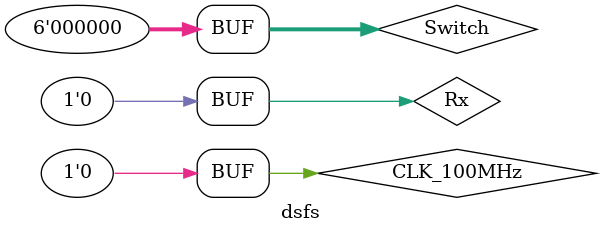
<source format=v>
`timescale 1ns / 1ps


module dsfs;

	// Inputs
	reg CLK_100MHz;
	reg [5:0] Switch;
	reg Rx;

	// Outputs
	wire Tx;
	wire [0:7] LED;
	wire [7:0] SevenSegment;
	wire [2:0] SevenSegmentEnable;

	// Instantiate the Unit Under Test (UUT)
	uart_demo uut (
		.CLK_100MHz(CLK_100MHz), 
		.Switch(Switch), 
		.Rx(Rx), 
		.Tx(Tx), 
		.LED(LED), 
		.SevenSegment(SevenSegment), 
		.SevenSegmentEnable(SevenSegmentEnable)
	);

	initial begin
		// Initialize Inputs
		CLK_100MHz = 0;
		Switch = 0;
		Rx = 0;

		// Wait 100 ns for global reset to finish
		#100;
        
		// Add stimulus here
		#50 Rx <= 1;
		#50 Rx <= 2;
	end
      
	initial begin
		$monitor("Rx = %d", Rx);
	end
endmodule


</source>
